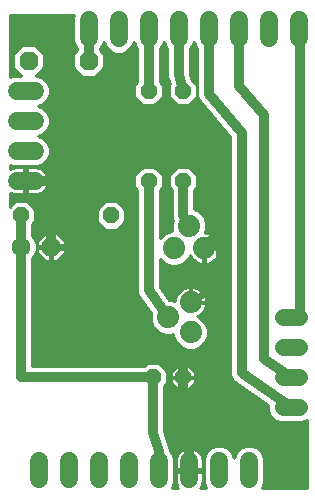
<source format=gbl>
G75*
G70*
%OFA0B0*%
%FSLAX24Y24*%
%IPPOS*%
%LPD*%
%AMOC8*
5,1,8,0,0,1.08239X$1,22.5*
%
%ADD10C,0.0600*%
%ADD11OC8,0.0520*%
%ADD12OC8,0.0630*%
%ADD13C,0.0630*%
%ADD14C,0.0740*%
%ADD15C,0.0560*%
%ADD16C,0.0320*%
%ADD17C,0.0240*%
%ADD18C,0.0100*%
%ADD19R,0.0396X0.0396*%
D10*
X001867Y001150D02*
X001867Y001750D01*
X002867Y001750D02*
X002867Y001150D01*
X003867Y001150D02*
X003867Y001750D01*
X004867Y001750D02*
X004867Y001150D01*
X005867Y001150D02*
X005867Y001750D01*
X006867Y001750D02*
X006867Y001150D01*
X007867Y001150D02*
X007867Y001750D01*
X008867Y001750D02*
X008867Y001150D01*
X001717Y011100D02*
X001117Y011100D01*
X001117Y012100D02*
X001717Y012100D01*
X001717Y013100D02*
X001117Y013100D01*
X001117Y014100D02*
X001717Y014100D01*
X003517Y015850D02*
X003517Y016450D01*
X004517Y016450D02*
X004517Y015850D01*
X005517Y015850D02*
X005517Y016450D01*
X006517Y016450D02*
X006517Y015850D01*
X007517Y015850D02*
X007517Y016450D01*
X008517Y016450D02*
X008517Y015850D01*
X009517Y015850D02*
X009517Y016450D01*
X010517Y016450D02*
X010517Y015850D01*
D11*
X006667Y014100D03*
X005517Y014100D03*
X005517Y011100D03*
X006667Y011100D03*
X004267Y009950D03*
X001267Y009950D03*
X005667Y004550D03*
X006667Y004550D03*
D12*
X002267Y008900D03*
X001517Y015100D03*
X003517Y015100D03*
D13*
X001267Y008900D03*
D14*
X006167Y006550D03*
X006917Y006050D03*
X006917Y007050D03*
X007367Y008850D03*
X006867Y009600D03*
X006367Y008850D03*
D15*
X009987Y006550D02*
X010547Y006550D01*
X010547Y005550D02*
X009987Y005550D01*
X009987Y004550D02*
X010547Y004550D01*
X010547Y003550D02*
X009987Y003550D01*
D16*
X010267Y003550D02*
X008617Y004700D01*
X008617Y012700D01*
X007517Y014000D01*
X007517Y016150D01*
X008517Y016150D02*
X008517Y014250D01*
X009367Y013300D01*
X009367Y005150D01*
X010267Y004550D01*
X010267Y006550D02*
X010567Y006750D01*
X010567Y015550D01*
X010517Y016150D01*
X007867Y012050D02*
X007867Y009350D01*
X007367Y008850D01*
X006867Y009600D02*
X006667Y009950D01*
X006667Y011100D01*
X005517Y011100D02*
X005517Y007450D01*
X006167Y006550D01*
X006667Y005250D02*
X005267Y005250D01*
X003117Y007700D01*
X003067Y008900D01*
X002267Y008900D02*
X002267Y011100D01*
X001417Y011100D01*
X003467Y011100D01*
X004967Y012050D01*
X007867Y012050D01*
X006667Y014100D02*
X006517Y014650D01*
X006517Y016150D01*
X005517Y016150D02*
X005517Y014100D01*
X003517Y015100D02*
X003517Y016150D01*
X001267Y009950D02*
X001267Y008900D01*
X001267Y004550D01*
X005667Y004550D01*
X005667Y002700D01*
X005867Y002100D01*
X005867Y001450D01*
X006867Y002100D02*
X006667Y002700D01*
X006667Y004550D01*
X006667Y005250D01*
X006867Y002100D02*
X006867Y001450D01*
D17*
X006917Y007050D02*
X007867Y007700D01*
X007867Y009100D01*
X007367Y008850D01*
X004917Y008900D02*
X003067Y008900D01*
X002267Y008900D01*
D18*
X002297Y008917D02*
X005147Y008917D01*
X005147Y009015D02*
X002732Y009015D01*
X002732Y009093D02*
X002459Y009365D01*
X002297Y009365D01*
X002297Y008930D01*
X002732Y008930D01*
X002732Y009093D01*
X002711Y009114D02*
X005147Y009114D01*
X005147Y009212D02*
X002612Y009212D01*
X002514Y009311D02*
X005147Y009311D01*
X005147Y009409D02*
X001637Y009409D01*
X001637Y009311D02*
X002020Y009311D01*
X002074Y009365D02*
X001802Y009093D01*
X001802Y008930D01*
X002237Y008930D01*
X002237Y009365D01*
X002074Y009365D01*
X002237Y009311D02*
X002297Y009311D01*
X002297Y009212D02*
X002237Y009212D01*
X002237Y009114D02*
X002297Y009114D01*
X002297Y009015D02*
X002237Y009015D01*
X002237Y008930D02*
X002297Y008930D01*
X002297Y008870D01*
X002732Y008870D01*
X002732Y008707D01*
X002459Y008435D01*
X002297Y008435D01*
X002297Y008870D01*
X002237Y008870D01*
X002237Y008435D01*
X002074Y008435D01*
X001802Y008707D01*
X001802Y008870D01*
X002237Y008870D01*
X002237Y008930D01*
X002237Y008917D02*
X001792Y008917D01*
X001792Y009004D02*
X001792Y008796D01*
X001712Y008603D01*
X001637Y008528D01*
X001637Y004920D01*
X005372Y004920D01*
X005472Y005020D01*
X005861Y005020D01*
X006137Y004745D01*
X006137Y004355D01*
X006037Y004255D01*
X006037Y002760D01*
X006214Y002229D01*
X006237Y002174D01*
X006237Y002160D01*
X006241Y002147D01*
X006238Y002100D01*
X006299Y002039D01*
X006377Y001851D01*
X006377Y001049D01*
X006307Y000880D01*
X006507Y000880D01*
X006482Y000914D01*
X006450Y000977D01*
X006428Y001045D01*
X006417Y001115D01*
X006417Y001400D01*
X006817Y001400D01*
X006817Y001500D01*
X006817Y002198D01*
X006761Y002189D01*
X006694Y002167D01*
X006631Y002135D01*
X006574Y002093D01*
X006523Y002043D01*
X006482Y001986D01*
X006450Y001923D01*
X006347Y001923D01*
X006450Y001923D02*
X006428Y001855D01*
X006417Y001785D01*
X006417Y001500D01*
X006817Y001500D01*
X006917Y001500D01*
X007317Y001500D01*
X007317Y001785D01*
X007306Y001855D01*
X007284Y001923D01*
X007252Y001986D01*
X007210Y002043D01*
X007160Y002093D01*
X007103Y002135D01*
X007039Y002167D01*
X006972Y002189D01*
X006917Y002198D01*
X006917Y001500D01*
X006917Y001400D01*
X007317Y001400D01*
X007317Y001115D01*
X007306Y001045D01*
X007284Y000977D01*
X007252Y000914D01*
X007227Y000880D01*
X007426Y000880D01*
X007357Y001049D01*
X007357Y001851D01*
X007434Y002039D01*
X007578Y002182D01*
X007765Y002260D01*
X007968Y002260D01*
X008156Y002182D01*
X008299Y002039D01*
X008367Y001876D01*
X008434Y002039D01*
X008578Y002182D01*
X008765Y002260D01*
X008968Y002260D01*
X009156Y002182D01*
X009299Y002039D01*
X009377Y001851D01*
X009377Y001049D01*
X009307Y000880D01*
X010787Y000880D01*
X010787Y003119D01*
X010644Y003060D01*
X009889Y003060D01*
X009709Y003135D01*
X009571Y003272D01*
X009497Y003453D01*
X009497Y003636D01*
X008438Y004374D01*
X008407Y004386D01*
X008378Y004415D01*
X008345Y004439D01*
X008327Y004467D01*
X008303Y004490D01*
X008287Y004528D01*
X008265Y004563D01*
X008259Y004595D01*
X008247Y004626D01*
X008247Y004667D01*
X008239Y004707D01*
X008247Y004740D01*
X008247Y012564D01*
X007244Y013749D01*
X007203Y013790D01*
X007197Y013805D01*
X007187Y013817D01*
X007169Y013873D01*
X007147Y013926D01*
X007147Y013942D01*
X007142Y013957D01*
X007147Y014015D01*
X007147Y015499D01*
X007084Y015561D01*
X007017Y015724D01*
X006949Y015561D01*
X006887Y015499D01*
X006887Y014700D01*
X006945Y014487D01*
X007137Y014295D01*
X007137Y013905D01*
X006861Y013630D01*
X006472Y013630D01*
X006197Y013905D01*
X006197Y014295D01*
X006223Y014321D01*
X006166Y014530D01*
X006147Y014576D01*
X006147Y014600D01*
X006140Y014624D01*
X006147Y014673D01*
X006147Y015499D01*
X006084Y015561D01*
X006017Y015724D01*
X005949Y015561D01*
X005887Y015499D01*
X005887Y014395D01*
X005987Y014295D01*
X005987Y013905D01*
X005711Y013630D01*
X005322Y013630D01*
X005047Y013905D01*
X005047Y014295D01*
X005147Y014395D01*
X005147Y015499D01*
X005084Y015561D01*
X005017Y015724D01*
X004949Y015561D01*
X004806Y015418D01*
X004618Y015340D01*
X004415Y015340D01*
X004228Y015418D01*
X004084Y015561D01*
X004017Y015724D01*
X003949Y015561D01*
X003887Y015499D01*
X003887Y015472D01*
X004042Y015317D01*
X004042Y014883D01*
X003734Y014575D01*
X003299Y014575D01*
X002992Y014883D01*
X002992Y015317D01*
X003147Y015472D01*
X003147Y015499D01*
X003084Y015561D01*
X003007Y015749D01*
X003007Y016551D01*
X003035Y016620D01*
X000897Y016620D01*
X000897Y014561D01*
X001015Y014610D01*
X001264Y014610D01*
X000992Y014883D01*
X000992Y015317D01*
X001299Y015625D01*
X001734Y015625D01*
X002042Y015317D01*
X002042Y014883D01*
X001769Y014610D01*
X001818Y014610D01*
X002006Y014532D01*
X002149Y014389D01*
X002227Y014201D01*
X002227Y013999D01*
X002149Y013811D01*
X002006Y013668D01*
X001842Y013600D01*
X002006Y013532D01*
X002149Y013389D01*
X002227Y013201D01*
X002227Y012999D01*
X002149Y012811D01*
X002006Y012668D01*
X001842Y012600D01*
X002006Y012532D01*
X002149Y012389D01*
X002227Y012201D01*
X002227Y011999D01*
X002149Y011811D01*
X002006Y011668D01*
X001818Y011590D01*
X001015Y011590D01*
X000897Y011639D01*
X000897Y011493D01*
X000944Y011517D01*
X001011Y011539D01*
X001081Y011550D01*
X001367Y011550D01*
X001367Y011150D01*
X001467Y011150D01*
X002164Y011150D01*
X002156Y011205D01*
X002134Y011273D01*
X002102Y011336D01*
X002060Y011393D01*
X002010Y011443D01*
X001953Y011485D01*
X001889Y011517D01*
X001822Y011539D01*
X001752Y011550D01*
X001467Y011550D01*
X001467Y011150D01*
X001467Y011050D01*
X002164Y011050D01*
X002156Y010995D01*
X002134Y010927D01*
X002102Y010864D01*
X002060Y010807D01*
X002010Y010757D01*
X001953Y010715D01*
X001889Y010683D01*
X001822Y010661D01*
X001752Y010650D01*
X001467Y010650D01*
X001467Y011050D01*
X001367Y011050D01*
X001367Y010650D01*
X001081Y010650D01*
X001011Y010661D01*
X000944Y010683D01*
X000897Y010707D01*
X000897Y010245D01*
X001072Y010420D01*
X001461Y010420D01*
X001737Y010145D01*
X001737Y009755D01*
X001637Y009655D01*
X001637Y009272D01*
X001712Y009197D01*
X001792Y009004D01*
X001787Y009015D02*
X001802Y009015D01*
X001823Y009114D02*
X001746Y009114D01*
X001697Y009212D02*
X001921Y009212D01*
X001637Y009508D02*
X004044Y009508D01*
X004072Y009480D02*
X004461Y009480D01*
X004737Y009755D01*
X004737Y010145D01*
X004461Y010420D01*
X004072Y010420D01*
X003797Y010145D01*
X003797Y009755D01*
X004072Y009480D01*
X003946Y009606D02*
X001637Y009606D01*
X001686Y009705D02*
X003847Y009705D01*
X003797Y009803D02*
X001737Y009803D01*
X001737Y009902D02*
X003797Y009902D01*
X003797Y010000D02*
X001737Y010000D01*
X001737Y010099D02*
X003797Y010099D01*
X003849Y010197D02*
X001684Y010197D01*
X001586Y010296D02*
X003948Y010296D01*
X004046Y010394D02*
X001487Y010394D01*
X001467Y010690D02*
X001367Y010690D01*
X001367Y010788D02*
X001467Y010788D01*
X001467Y010887D02*
X001367Y010887D01*
X001367Y010985D02*
X001467Y010985D01*
X001467Y011084D02*
X005047Y011084D01*
X005047Y011182D02*
X002159Y011182D01*
X002130Y011281D02*
X005047Y011281D01*
X005047Y011295D02*
X005047Y010905D01*
X005147Y010805D01*
X005147Y007480D01*
X005140Y007436D01*
X005147Y007407D01*
X005147Y007376D01*
X005163Y007336D01*
X005174Y007293D01*
X005191Y007268D01*
X005203Y007240D01*
X005234Y007209D01*
X005601Y006701D01*
X005587Y006665D01*
X005587Y006435D01*
X005675Y006221D01*
X005838Y006058D01*
X006051Y005970D01*
X006282Y005970D01*
X006337Y005993D01*
X006337Y005935D01*
X006425Y005721D01*
X006588Y005558D01*
X006801Y005470D01*
X007032Y005470D01*
X007245Y005558D01*
X007408Y005721D01*
X007497Y005935D01*
X007497Y006165D01*
X007408Y006379D01*
X007245Y006542D01*
X007146Y006583D01*
X007189Y006605D01*
X007255Y006653D01*
X007313Y006711D01*
X007361Y006777D01*
X007399Y006850D01*
X007424Y006928D01*
X007437Y007009D01*
X007437Y007020D01*
X006947Y007020D01*
X006947Y007080D01*
X007437Y007080D01*
X007437Y007091D01*
X007424Y007172D01*
X007399Y007250D01*
X007361Y007323D01*
X007313Y007389D01*
X007255Y007447D01*
X007189Y007495D01*
X007116Y007532D01*
X007038Y007557D01*
X006958Y007570D01*
X006947Y007570D01*
X006947Y007080D01*
X006887Y007080D01*
X006887Y007570D01*
X006876Y007570D01*
X006795Y007557D01*
X006717Y007532D01*
X006644Y007495D01*
X006578Y007447D01*
X006520Y007389D01*
X006472Y007323D01*
X006435Y007250D01*
X006409Y007172D01*
X006397Y007091D01*
X006397Y007083D01*
X006282Y007130D01*
X006204Y007130D01*
X005887Y007570D01*
X005887Y008510D01*
X006038Y008358D01*
X006251Y008270D01*
X006482Y008270D01*
X006695Y008358D01*
X006858Y008521D01*
X006900Y008621D01*
X006900Y008621D01*
X006922Y008577D01*
X006970Y008511D01*
X007028Y008453D01*
X007094Y008405D01*
X007167Y008368D01*
X007245Y008343D01*
X007326Y008330D01*
X007337Y008330D01*
X007337Y008820D01*
X007397Y008820D01*
X007397Y008880D01*
X007887Y008880D01*
X007887Y008891D01*
X007874Y008972D01*
X007849Y009050D01*
X007811Y009123D01*
X007763Y009189D01*
X007705Y009247D01*
X007639Y009295D01*
X007566Y009332D01*
X007488Y009357D01*
X007408Y009370D01*
X007399Y009370D01*
X007447Y009485D01*
X007447Y009715D01*
X007358Y009929D01*
X007195Y010092D01*
X007037Y010157D01*
X007037Y010805D01*
X007137Y010905D01*
X007137Y011295D01*
X006861Y011570D01*
X006472Y011570D01*
X006197Y011295D01*
X006197Y010905D01*
X006297Y010805D01*
X006297Y010000D01*
X005887Y010000D01*
X005887Y009902D02*
X006297Y009902D01*
X006297Y009927D02*
X006297Y009876D01*
X006306Y009854D01*
X006309Y009830D01*
X006324Y009805D01*
X006287Y009715D01*
X006287Y009485D01*
X006309Y009430D01*
X006251Y009430D01*
X006038Y009342D01*
X005887Y009190D01*
X005887Y010805D01*
X005987Y010905D01*
X005987Y011295D01*
X005711Y011570D01*
X005322Y011570D01*
X005047Y011295D01*
X005131Y011379D02*
X002070Y011379D01*
X001963Y011478D02*
X005230Y011478D01*
X005047Y010985D02*
X002152Y010985D01*
X002113Y010887D02*
X005065Y010887D01*
X005147Y010788D02*
X002041Y010788D01*
X001902Y010690D02*
X005147Y010690D01*
X005147Y010591D02*
X000897Y010591D01*
X000897Y010493D02*
X005147Y010493D01*
X005147Y010394D02*
X004487Y010394D01*
X004586Y010296D02*
X005147Y010296D01*
X005147Y010197D02*
X004684Y010197D01*
X004737Y010099D02*
X005147Y010099D01*
X005147Y010000D02*
X004737Y010000D01*
X004737Y009902D02*
X005147Y009902D01*
X005147Y009803D02*
X004737Y009803D01*
X004686Y009705D02*
X005147Y009705D01*
X005147Y009606D02*
X004587Y009606D01*
X004489Y009508D02*
X005147Y009508D01*
X005147Y008818D02*
X002732Y008818D01*
X002732Y008720D02*
X005147Y008720D01*
X005147Y008621D02*
X002645Y008621D01*
X002547Y008523D02*
X005147Y008523D01*
X005147Y008424D02*
X001637Y008424D01*
X001637Y008326D02*
X005147Y008326D01*
X005147Y008227D02*
X001637Y008227D01*
X001637Y008129D02*
X005147Y008129D01*
X005147Y008030D02*
X001637Y008030D01*
X001637Y007932D02*
X005147Y007932D01*
X005147Y007833D02*
X001637Y007833D01*
X001637Y007735D02*
X005147Y007735D01*
X005147Y007636D02*
X001637Y007636D01*
X001637Y007538D02*
X005147Y007538D01*
X005140Y007439D02*
X001637Y007439D01*
X001637Y007341D02*
X005162Y007341D01*
X005202Y007242D02*
X001637Y007242D01*
X001637Y007144D02*
X005282Y007144D01*
X005353Y007045D02*
X001637Y007045D01*
X001637Y006947D02*
X005424Y006947D01*
X005495Y006848D02*
X001637Y006848D01*
X001637Y006750D02*
X005566Y006750D01*
X005587Y006651D02*
X001637Y006651D01*
X001637Y006553D02*
X005587Y006553D01*
X005587Y006454D02*
X001637Y006454D01*
X001637Y006356D02*
X005619Y006356D01*
X005660Y006257D02*
X001637Y006257D01*
X001637Y006159D02*
X005738Y006159D01*
X005836Y006060D02*
X001637Y006060D01*
X001637Y005962D02*
X006337Y005962D01*
X006366Y005863D02*
X001637Y005863D01*
X001637Y005765D02*
X006407Y005765D01*
X006480Y005666D02*
X001637Y005666D01*
X001637Y005568D02*
X006579Y005568D01*
X006637Y004960D02*
X006497Y004960D01*
X006257Y004720D01*
X006257Y004580D01*
X006637Y004580D01*
X006637Y004960D01*
X006697Y004960D02*
X006836Y004960D01*
X007077Y004720D01*
X007077Y004580D01*
X006697Y004580D01*
X006697Y004520D01*
X007077Y004520D01*
X007077Y004380D01*
X006836Y004140D01*
X006697Y004140D01*
X006697Y004520D01*
X006637Y004520D01*
X006637Y004140D01*
X006497Y004140D01*
X006257Y004380D01*
X006257Y004520D01*
X006637Y004520D01*
X006637Y004580D01*
X006697Y004580D01*
X006697Y004960D01*
X006697Y004878D02*
X006637Y004878D01*
X006637Y004780D02*
X006697Y004780D01*
X006697Y004681D02*
X006637Y004681D01*
X006637Y004583D02*
X006697Y004583D01*
X006697Y004484D02*
X006637Y004484D01*
X006637Y004386D02*
X006697Y004386D01*
X006697Y004287D02*
X006637Y004287D01*
X006637Y004189D02*
X006697Y004189D01*
X006885Y004189D02*
X008703Y004189D01*
X008562Y004287D02*
X006984Y004287D01*
X007077Y004386D02*
X008409Y004386D01*
X008309Y004484D02*
X007077Y004484D01*
X007077Y004583D02*
X008262Y004583D01*
X008244Y004681D02*
X007077Y004681D01*
X007017Y004780D02*
X008247Y004780D01*
X008247Y004878D02*
X006918Y004878D01*
X007254Y005568D02*
X008247Y005568D01*
X008247Y005666D02*
X007353Y005666D01*
X007426Y005765D02*
X008247Y005765D01*
X008247Y005863D02*
X007467Y005863D01*
X007497Y005962D02*
X008247Y005962D01*
X008247Y006060D02*
X007497Y006060D01*
X007497Y006159D02*
X008247Y006159D01*
X008247Y006257D02*
X007459Y006257D01*
X007418Y006356D02*
X008247Y006356D01*
X008247Y006454D02*
X007333Y006454D01*
X007219Y006553D02*
X008247Y006553D01*
X008247Y006651D02*
X007252Y006651D01*
X007341Y006750D02*
X008247Y006750D01*
X008247Y006848D02*
X007397Y006848D01*
X007427Y006947D02*
X008247Y006947D01*
X008247Y007045D02*
X006947Y007045D01*
X006947Y007144D02*
X006887Y007144D01*
X006887Y007242D02*
X006947Y007242D01*
X006947Y007341D02*
X006887Y007341D01*
X006887Y007439D02*
X006947Y007439D01*
X006947Y007538D02*
X006887Y007538D01*
X006734Y007538D02*
X005910Y007538D01*
X005887Y007636D02*
X008247Y007636D01*
X008247Y007538D02*
X007099Y007538D01*
X007263Y007439D02*
X008247Y007439D01*
X008247Y007341D02*
X007348Y007341D01*
X007401Y007242D02*
X008247Y007242D01*
X008247Y007144D02*
X007428Y007144D01*
X006570Y007439D02*
X005981Y007439D01*
X006052Y007341D02*
X006485Y007341D01*
X006432Y007242D02*
X006123Y007242D01*
X006194Y007144D02*
X006405Y007144D01*
X005887Y007735D02*
X008247Y007735D01*
X008247Y007833D02*
X005887Y007833D01*
X005887Y007932D02*
X008247Y007932D01*
X008247Y008030D02*
X005887Y008030D01*
X005887Y008129D02*
X008247Y008129D01*
X008247Y008227D02*
X005887Y008227D01*
X005887Y008326D02*
X006117Y008326D01*
X005972Y008424D02*
X005887Y008424D01*
X005887Y009212D02*
X005908Y009212D01*
X005887Y009311D02*
X006007Y009311D01*
X005887Y009409D02*
X006201Y009409D01*
X006287Y009508D02*
X005887Y009508D01*
X005887Y009606D02*
X006287Y009606D01*
X006287Y009705D02*
X005887Y009705D01*
X005887Y009803D02*
X006323Y009803D01*
X006297Y009927D02*
X006290Y009976D01*
X006297Y010000D01*
X006297Y010099D02*
X005887Y010099D01*
X005887Y010197D02*
X006297Y010197D01*
X006297Y010296D02*
X005887Y010296D01*
X005887Y010394D02*
X006297Y010394D01*
X006297Y010493D02*
X005887Y010493D01*
X005887Y010591D02*
X006297Y010591D01*
X006297Y010690D02*
X005887Y010690D01*
X005887Y010788D02*
X006297Y010788D01*
X006215Y010887D02*
X005968Y010887D01*
X005987Y010985D02*
X006197Y010985D01*
X006197Y011084D02*
X005987Y011084D01*
X005987Y011182D02*
X006197Y011182D01*
X006197Y011281D02*
X005987Y011281D01*
X005902Y011379D02*
X006281Y011379D01*
X006380Y011478D02*
X005804Y011478D01*
X006954Y011478D02*
X008247Y011478D01*
X008247Y011576D02*
X000897Y011576D01*
X001367Y011478D02*
X001467Y011478D01*
X001467Y011379D02*
X001367Y011379D01*
X001367Y011281D02*
X001467Y011281D01*
X001467Y011182D02*
X001367Y011182D01*
X000931Y010690D02*
X000897Y010690D01*
X000897Y010394D02*
X001046Y010394D01*
X000948Y010296D02*
X000897Y010296D01*
X001792Y008818D02*
X001802Y008818D01*
X001802Y008720D02*
X001760Y008720D01*
X001719Y008621D02*
X001888Y008621D01*
X001987Y008523D02*
X001637Y008523D01*
X002237Y008523D02*
X002297Y008523D01*
X002297Y008621D02*
X002237Y008621D01*
X002237Y008720D02*
X002297Y008720D01*
X002297Y008818D02*
X002237Y008818D01*
X002012Y011675D02*
X008247Y011675D01*
X008247Y011773D02*
X002111Y011773D01*
X002174Y011872D02*
X008247Y011872D01*
X008247Y011970D02*
X002215Y011970D01*
X002227Y012069D02*
X008247Y012069D01*
X008247Y012167D02*
X002227Y012167D01*
X002200Y012266D02*
X008247Y012266D01*
X008247Y012364D02*
X002159Y012364D01*
X002075Y012463D02*
X008247Y012463D01*
X008247Y012561D02*
X001936Y012561D01*
X001986Y012660D02*
X008166Y012660D01*
X008083Y012758D02*
X002096Y012758D01*
X002168Y012857D02*
X008000Y012857D01*
X007916Y012955D02*
X002209Y012955D01*
X002227Y013054D02*
X007833Y013054D01*
X007749Y013152D02*
X002227Y013152D01*
X002206Y013251D02*
X007666Y013251D01*
X007583Y013349D02*
X002166Y013349D01*
X002090Y013448D02*
X007499Y013448D01*
X007416Y013546D02*
X001973Y013546D01*
X001950Y013645D02*
X005307Y013645D01*
X005209Y013743D02*
X002081Y013743D01*
X002162Y013842D02*
X005110Y013842D01*
X005047Y013940D02*
X002202Y013940D01*
X002227Y014039D02*
X005047Y014039D01*
X005047Y014137D02*
X002227Y014137D01*
X002213Y014236D02*
X005047Y014236D01*
X005086Y014334D02*
X002172Y014334D01*
X002105Y014433D02*
X005147Y014433D01*
X005147Y014531D02*
X002007Y014531D01*
X001887Y014728D02*
X003146Y014728D01*
X003048Y014827D02*
X001986Y014827D01*
X002042Y014925D02*
X002992Y014925D01*
X002992Y015024D02*
X002042Y015024D01*
X002042Y015122D02*
X002992Y015122D01*
X002992Y015221D02*
X002042Y015221D01*
X002040Y015319D02*
X002993Y015319D01*
X003092Y015418D02*
X001942Y015418D01*
X001843Y015516D02*
X003129Y015516D01*
X003062Y015615D02*
X001745Y015615D01*
X001289Y015615D02*
X000897Y015615D01*
X000897Y015713D02*
X003021Y015713D01*
X003007Y015812D02*
X000897Y015812D01*
X000897Y015910D02*
X003007Y015910D01*
X003007Y016009D02*
X000897Y016009D01*
X000897Y016107D02*
X003007Y016107D01*
X003007Y016206D02*
X000897Y016206D01*
X000897Y016304D02*
X003007Y016304D01*
X003007Y016403D02*
X000897Y016403D01*
X000897Y016501D02*
X003007Y016501D01*
X003027Y016600D02*
X000897Y016600D01*
X000897Y015516D02*
X001190Y015516D01*
X001092Y015418D02*
X000897Y015418D01*
X000897Y015319D02*
X000993Y015319D01*
X000992Y015221D02*
X000897Y015221D01*
X000897Y015122D02*
X000992Y015122D01*
X000992Y015024D02*
X000897Y015024D01*
X000897Y014925D02*
X000992Y014925D01*
X001048Y014827D02*
X000897Y014827D01*
X000897Y014728D02*
X001146Y014728D01*
X001245Y014630D02*
X000897Y014630D01*
X001789Y014630D02*
X003245Y014630D01*
X003789Y014630D02*
X005147Y014630D01*
X005147Y014728D02*
X003887Y014728D01*
X003986Y014827D02*
X005147Y014827D01*
X005147Y014925D02*
X004042Y014925D01*
X004042Y015024D02*
X005147Y015024D01*
X005147Y015122D02*
X004042Y015122D01*
X004042Y015221D02*
X005147Y015221D01*
X005147Y015319D02*
X004040Y015319D01*
X003942Y015418D02*
X004228Y015418D01*
X004129Y015516D02*
X003904Y015516D01*
X003971Y015615D02*
X004062Y015615D01*
X004021Y015713D02*
X004012Y015713D01*
X004805Y015418D02*
X005147Y015418D01*
X005129Y015516D02*
X004904Y015516D01*
X004971Y015615D02*
X005062Y015615D01*
X005021Y015713D02*
X005012Y015713D01*
X005904Y015516D02*
X006129Y015516D01*
X006147Y015418D02*
X005887Y015418D01*
X005887Y015319D02*
X006147Y015319D01*
X006147Y015221D02*
X005887Y015221D01*
X005887Y015122D02*
X006147Y015122D01*
X006147Y015024D02*
X005887Y015024D01*
X005887Y014925D02*
X006147Y014925D01*
X006147Y014827D02*
X005887Y014827D01*
X005887Y014728D02*
X006147Y014728D01*
X006141Y014630D02*
X005887Y014630D01*
X005887Y014531D02*
X006165Y014531D01*
X006192Y014433D02*
X005887Y014433D01*
X005947Y014334D02*
X006219Y014334D01*
X006197Y014236D02*
X005987Y014236D01*
X005987Y014137D02*
X006197Y014137D01*
X006197Y014039D02*
X005987Y014039D01*
X005987Y013940D02*
X006197Y013940D01*
X006260Y013842D02*
X005923Y013842D01*
X005824Y013743D02*
X006359Y013743D01*
X006457Y013645D02*
X005726Y013645D01*
X006876Y013645D02*
X007333Y013645D01*
X007249Y013743D02*
X006974Y013743D01*
X007073Y013842D02*
X007179Y013842D01*
X007147Y013940D02*
X007137Y013940D01*
X007137Y014039D02*
X007147Y014039D01*
X007137Y014137D02*
X007147Y014137D01*
X007137Y014236D02*
X007147Y014236D01*
X007147Y014334D02*
X007097Y014334D01*
X007147Y014433D02*
X006999Y014433D01*
X006933Y014531D02*
X007147Y014531D01*
X007147Y014630D02*
X006906Y014630D01*
X006887Y014728D02*
X007147Y014728D01*
X007147Y014827D02*
X006887Y014827D01*
X006887Y014925D02*
X007147Y014925D01*
X007147Y015024D02*
X006887Y015024D01*
X006887Y015122D02*
X007147Y015122D01*
X007147Y015221D02*
X006887Y015221D01*
X006887Y015319D02*
X007147Y015319D01*
X007147Y015418D02*
X006887Y015418D01*
X006904Y015516D02*
X007129Y015516D01*
X007062Y015615D02*
X006971Y015615D01*
X007012Y015713D02*
X007021Y015713D01*
X006062Y015615D02*
X005971Y015615D01*
X006012Y015713D02*
X006021Y015713D01*
X007052Y011379D02*
X008247Y011379D01*
X008247Y011281D02*
X007137Y011281D01*
X007137Y011182D02*
X008247Y011182D01*
X008247Y011084D02*
X007137Y011084D01*
X007137Y010985D02*
X008247Y010985D01*
X008247Y010887D02*
X007118Y010887D01*
X007037Y010788D02*
X008247Y010788D01*
X008247Y010690D02*
X007037Y010690D01*
X007037Y010591D02*
X008247Y010591D01*
X008247Y010493D02*
X007037Y010493D01*
X007037Y010394D02*
X008247Y010394D01*
X008247Y010296D02*
X007037Y010296D01*
X007037Y010197D02*
X008247Y010197D01*
X008247Y010099D02*
X007179Y010099D01*
X007287Y010000D02*
X008247Y010000D01*
X008247Y009902D02*
X007370Y009902D01*
X007410Y009803D02*
X008247Y009803D01*
X008247Y009705D02*
X007447Y009705D01*
X007447Y009606D02*
X008247Y009606D01*
X008247Y009508D02*
X007447Y009508D01*
X007415Y009409D02*
X008247Y009409D01*
X008247Y009311D02*
X007608Y009311D01*
X007740Y009212D02*
X008247Y009212D01*
X008247Y009114D02*
X007816Y009114D01*
X007860Y009015D02*
X008247Y009015D01*
X008247Y008917D02*
X007883Y008917D01*
X007887Y008820D02*
X007397Y008820D01*
X007397Y008330D01*
X007408Y008330D01*
X007488Y008343D01*
X007566Y008368D01*
X007639Y008405D01*
X007705Y008453D01*
X007763Y008511D01*
X007811Y008577D01*
X007849Y008650D01*
X007874Y008728D01*
X007887Y008809D01*
X007887Y008820D01*
X007887Y008818D02*
X008247Y008818D01*
X008247Y008720D02*
X007871Y008720D01*
X007834Y008621D02*
X008247Y008621D01*
X008247Y008523D02*
X007771Y008523D01*
X007665Y008424D02*
X008247Y008424D01*
X008247Y008326D02*
X006616Y008326D01*
X006761Y008424D02*
X007068Y008424D01*
X006962Y008523D02*
X006859Y008523D01*
X007337Y008523D02*
X007397Y008523D01*
X007397Y008621D02*
X007337Y008621D01*
X007337Y008720D02*
X007397Y008720D01*
X007397Y008818D02*
X007337Y008818D01*
X007337Y008424D02*
X007397Y008424D01*
X008247Y005469D02*
X001637Y005469D01*
X001637Y005371D02*
X008247Y005371D01*
X008247Y005272D02*
X001637Y005272D01*
X001637Y005174D02*
X008247Y005174D01*
X008247Y005075D02*
X001637Y005075D01*
X001637Y004977D02*
X005429Y004977D01*
X005905Y004977D02*
X008247Y004977D01*
X008845Y004090D02*
X006037Y004090D01*
X006037Y003992D02*
X008986Y003992D01*
X009127Y003893D02*
X006037Y003893D01*
X006037Y003795D02*
X009269Y003795D01*
X009410Y003696D02*
X006037Y003696D01*
X006037Y003598D02*
X009497Y003598D01*
X009497Y003499D02*
X006037Y003499D01*
X006037Y003401D02*
X009518Y003401D01*
X009559Y003302D02*
X006037Y003302D01*
X006037Y003204D02*
X009640Y003204D01*
X009781Y003105D02*
X006037Y003105D01*
X006037Y003007D02*
X010787Y003007D01*
X010787Y003105D02*
X010753Y003105D01*
X010787Y002908D02*
X006037Y002908D01*
X006037Y002810D02*
X010787Y002810D01*
X010787Y002711D02*
X006053Y002711D01*
X006086Y002613D02*
X010787Y002613D01*
X010787Y002514D02*
X006119Y002514D01*
X006152Y002416D02*
X010787Y002416D01*
X010787Y002317D02*
X006184Y002317D01*
X006218Y002219D02*
X007665Y002219D01*
X007515Y002120D02*
X007123Y002120D01*
X007226Y002022D02*
X007427Y002022D01*
X007386Y001923D02*
X007284Y001923D01*
X007310Y001825D02*
X007357Y001825D01*
X007357Y001726D02*
X007317Y001726D01*
X007317Y001628D02*
X007357Y001628D01*
X007357Y001529D02*
X007317Y001529D01*
X007357Y001431D02*
X006917Y001431D01*
X006917Y001529D02*
X006817Y001529D01*
X006817Y001431D02*
X006377Y001431D01*
X006377Y001529D02*
X006417Y001529D01*
X006417Y001628D02*
X006377Y001628D01*
X006377Y001726D02*
X006417Y001726D01*
X006423Y001825D02*
X006377Y001825D01*
X006306Y002022D02*
X006508Y002022D01*
X006610Y002120D02*
X006239Y002120D01*
X006817Y002120D02*
X006917Y002120D01*
X006917Y002022D02*
X006817Y002022D01*
X006817Y001923D02*
X006917Y001923D01*
X006917Y001825D02*
X006817Y001825D01*
X006817Y001726D02*
X006917Y001726D01*
X006917Y001628D02*
X006817Y001628D01*
X006417Y001332D02*
X006377Y001332D01*
X006377Y001234D02*
X006417Y001234D01*
X006417Y001135D02*
X006377Y001135D01*
X006372Y001037D02*
X006430Y001037D01*
X006470Y000938D02*
X006331Y000938D01*
X007264Y000938D02*
X007402Y000938D01*
X007362Y001037D02*
X007303Y001037D01*
X007317Y001135D02*
X007357Y001135D01*
X007357Y001234D02*
X007317Y001234D01*
X007317Y001332D02*
X007357Y001332D01*
X008068Y002219D02*
X008665Y002219D01*
X008515Y002120D02*
X008218Y002120D01*
X008306Y002022D02*
X008427Y002022D01*
X008386Y001923D02*
X008347Y001923D01*
X009068Y002219D02*
X010787Y002219D01*
X010787Y002120D02*
X009218Y002120D01*
X009306Y002022D02*
X010787Y002022D01*
X010787Y001923D02*
X009347Y001923D01*
X009377Y001825D02*
X010787Y001825D01*
X010787Y001726D02*
X009377Y001726D01*
X009377Y001628D02*
X010787Y001628D01*
X010787Y001529D02*
X009377Y001529D01*
X009377Y001431D02*
X010787Y001431D01*
X010787Y001332D02*
X009377Y001332D01*
X009377Y001234D02*
X010787Y001234D01*
X010787Y001135D02*
X009377Y001135D01*
X009372Y001037D02*
X010787Y001037D01*
X010787Y000938D02*
X009331Y000938D01*
X006448Y004189D02*
X006037Y004189D01*
X006068Y004287D02*
X006350Y004287D01*
X006257Y004386D02*
X006137Y004386D01*
X006137Y004484D02*
X006257Y004484D01*
X006257Y004583D02*
X006137Y004583D01*
X006137Y004681D02*
X006257Y004681D01*
X006316Y004780D02*
X006102Y004780D01*
X006003Y004878D02*
X006415Y004878D01*
D19*
X004917Y008900D03*
M02*

</source>
